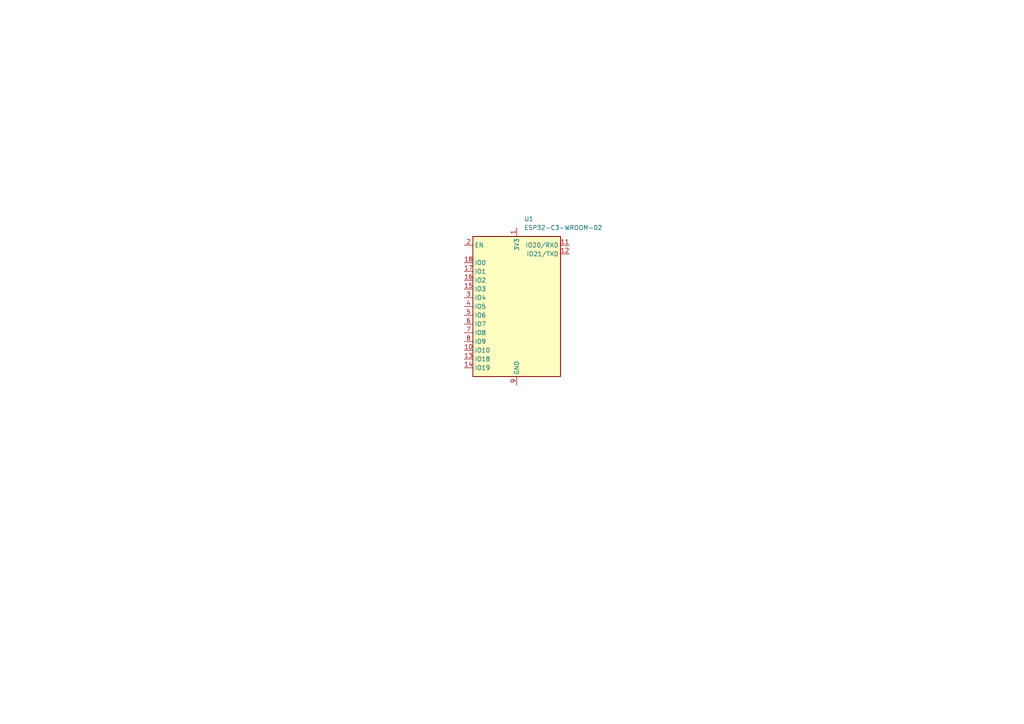
<source format=kicad_sch>
(kicad_sch (version 20250114) (generator "eeschema") (generator_version "9.0")
  (paper "A4")
  (lib_symbols
    (symbol "RF_Module:ESP32-C3-WROOM-02"
      (property "Reference" "U" (at -12.192 21.336 0))
      (property "Value" "ESP32-C3-WROOM-02" (at 12.192 21.336 0))
      (symbol "ESP32-C3-WROOM-02_1_1"
        (rectangle (start -12.7 20.32) (end 12.7 -20.32) (stroke (width 0.254)) (fill (type background)))
        (pin input line (at -15.24 17.78 0) (length 2.54) (name "EN") (number "2"))
        (pin bidirectional line (at -15.24 12.7 0) (length 2.54) (name "IO0") (number "18"))
        (pin bidirectional line (at -15.24 10.16 0) (length 2.54) (name "IO1") (number "17"))
        (pin bidirectional line (at -15.24 7.62 0) (length 2.54) (name "IO2") (number "16"))
        (pin bidirectional line (at -15.24 5.08 0) (length 2.54) (name "IO3") (number "15"))
        (pin bidirectional line (at -15.24 2.54 0) (length 2.54) (name "IO4") (number "3"))
        (pin bidirectional line (at -15.24 0 0) (length 2.54) (name "IO5") (number "4"))
        (pin bidirectional line (at -15.24 -2.54 0) (length 2.54) (name "IO6") (number "5"))
        (pin bidirectional line (at -15.24 -5.08 0) (length 2.54) (name "IO7") (number "6"))
        (pin bidirectional line (at -15.24 -7.62 0) (length 2.54) (name "IO8") (number "7"))
        (pin bidirectional line (at -15.24 -10.16 0) (length 2.54) (name "IO9") (number "8"))
        (pin bidirectional line (at -15.24 -12.7 0) (length 2.54) (name "IO10") (number "10"))
        (pin bidirectional line (at -15.24 -15.24 0) (length 2.54) (name "IO18") (number "13"))
        (pin bidirectional line (at -15.24 -17.78 0) (length 2.54) (name "IO19") (number "14"))
        (pin power_in line (at 0 22.86 270) (length 2.54) (name "3V3") (number "1"))
        (pin passive line (at 0 -22.86 90) (length 2.54) (hide yes) (name "GND") (number "19"))
        (pin power_in line (at 0 -22.86 90) (length 2.54) (name "GND") (number "9"))
        (pin bidirectional line (at 15.24 17.78 180) (length 2.54) (name "IO20/RXD") (number "11"))
        (pin bidirectional line (at 15.24 15.24 180) (length 2.54) (name "IO21/TXD") (number "12"))
      )
    )
  )
  (symbol (lib_id "RF_Module:ESP32-C3-WROOM-02") (at 149.86 88.9 0) (unit 1)
    (property "Reference" "U1" (at 152.0033 63.5 0) (effects (justify left)))
    (property "Value" "ESP32-C3-WROOM-02" (at 152.0033 66.04 0) (effects (justify left)))
    (property "Footprint" "RF_Module:ESP32-C3-WROOM-02" (effects (hide yes)))
    (property "Datasheet" "https://www.espressif.com/sites/default/files/documentation/esp32-c3-wroom-02_datasheet_en.pdf" (effects (hide yes)))
    (property "Description" "802.11 b/g/n Wi­Fi and Bluetooth 5 module, ESP32­C3 SoC, RISC­V microprocessor, On-board antenna" (effects (hide yes)))
  )
)
</source>
